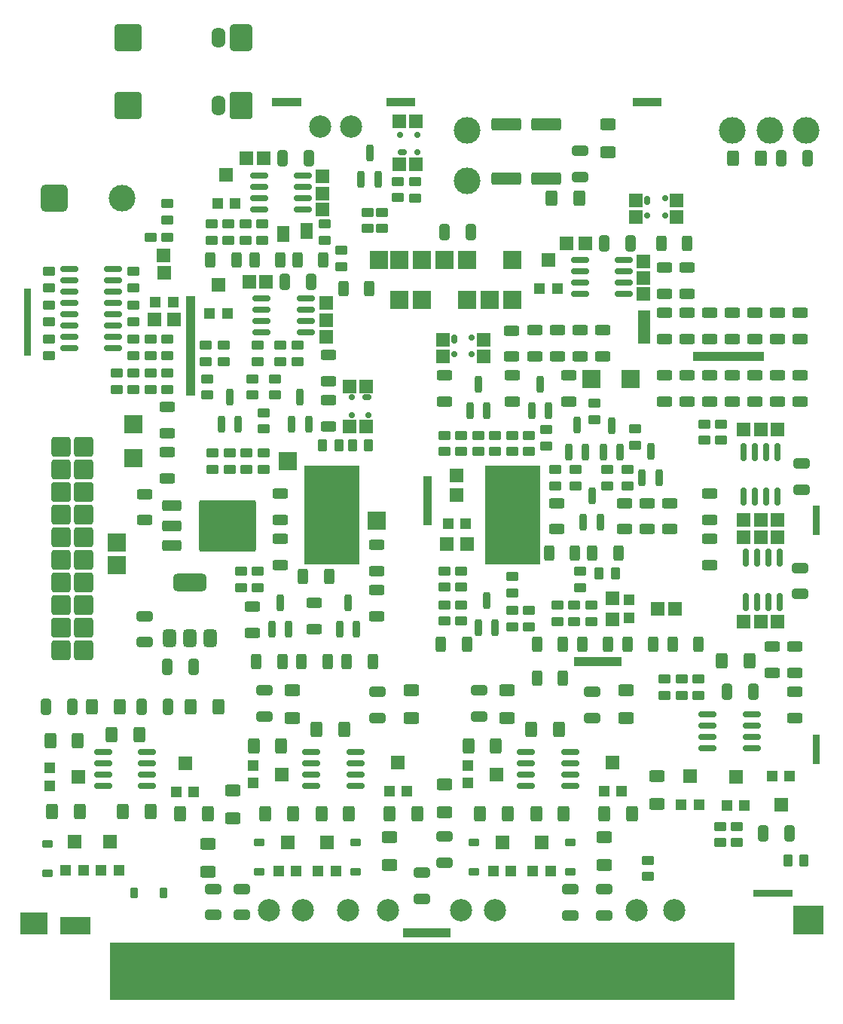
<source format=gts>
G04 #@! TF.GenerationSoftware,KiCad,Pcbnew,9.0.1*
G04 #@! TF.CreationDate,2025-09-16T21:45:56+03:00*
G04 #@! TF.ProjectId,v1,76312e6b-6963-4616-945f-706362585858,rev?*
G04 #@! TF.SameCoordinates,Original*
G04 #@! TF.FileFunction,Soldermask,Top*
G04 #@! TF.FilePolarity,Negative*
%FSLAX46Y46*%
G04 Gerber Fmt 4.6, Leading zero omitted, Abs format (unit mm)*
G04 Created by KiCad (PCBNEW 9.0.1) date 2025-09-16 21:45:56*
%MOMM*%
%LPD*%
G01*
G04 APERTURE LIST*
G04 Aperture macros list*
%AMRoundRect*
0 Rectangle with rounded corners*
0 $1 Rounding radius*
0 $2 $3 $4 $5 $6 $7 $8 $9 X,Y pos of 4 corners*
0 Add a 4 corners polygon primitive as box body*
4,1,4,$2,$3,$4,$5,$6,$7,$8,$9,$2,$3,0*
0 Add four circle primitives for the rounded corners*
1,1,$1+$1,$2,$3*
1,1,$1+$1,$4,$5*
1,1,$1+$1,$6,$7*
1,1,$1+$1,$8,$9*
0 Add four rect primitives between the rounded corners*
20,1,$1+$1,$2,$3,$4,$5,0*
20,1,$1+$1,$4,$5,$6,$7,0*
20,1,$1+$1,$6,$7,$8,$9,0*
20,1,$1+$1,$8,$9,$2,$3,0*%
G04 Aperture macros list end*
%ADD10C,0.100000*%
%ADD11R,1.200000X1.200000*%
%ADD12R,1.600000X1.500000*%
%ADD13R,1.500000X1.500000*%
%ADD14R,1.500000X1.600000*%
%ADD15RoundRect,0.250000X0.625000X-0.312500X0.625000X0.312500X-0.625000X0.312500X-0.625000X-0.312500X0*%
%ADD16RoundRect,0.250000X0.262500X0.450000X-0.262500X0.450000X-0.262500X-0.450000X0.262500X-0.450000X0*%
%ADD17RoundRect,0.250000X0.450000X-0.262500X0.450000X0.262500X-0.450000X0.262500X-0.450000X-0.262500X0*%
%ADD18RoundRect,0.250000X0.312500X0.625000X-0.312500X0.625000X-0.312500X-0.625000X0.312500X-0.625000X0*%
%ADD19RoundRect,0.250000X0.625000X-0.400000X0.625000X0.400000X-0.625000X0.400000X-0.625000X-0.400000X0*%
%ADD20RoundRect,0.150000X-0.200000X-0.150000X0.200000X-0.150000X0.200000X0.150000X-0.200000X0.150000X0*%
%ADD21RoundRect,0.175000X-0.175000X-0.325000X0.175000X-0.325000X0.175000X0.325000X-0.175000X0.325000X0*%
%ADD22RoundRect,0.200000X0.200000X-0.750000X0.200000X0.750000X-0.200000X0.750000X-0.200000X-0.750000X0*%
%ADD23RoundRect,0.323530X0.776470X0.776470X-0.776470X0.776470X-0.776470X-0.776470X0.776470X-0.776470X0*%
%ADD24RoundRect,0.323529X0.776471X0.776471X-0.776471X0.776471X-0.776471X-0.776471X0.776471X-0.776471X0*%
%ADD25RoundRect,0.275000X0.825000X0.825000X-0.825000X0.825000X-0.825000X-0.825000X0.825000X-0.825000X0*%
%ADD26RoundRect,0.250000X1.250000X-1.250000X1.250000X1.250000X-1.250000X1.250000X-1.250000X-1.250000X0*%
%ADD27O,1.600000X2.300000*%
%ADD28RoundRect,0.208333X1.041667X-1.291667X1.041667X1.291667X-1.041667X1.291667X-1.041667X-1.291667X0*%
%ADD29RoundRect,0.390625X0.859375X-1.109375X0.859375X1.109375X-0.859375X1.109375X-0.859375X-1.109375X0*%
%ADD30RoundRect,0.150000X-0.150000X0.825000X-0.150000X-0.825000X0.150000X-0.825000X0.150000X0.825000X0*%
%ADD31R,2.000000X2.000000*%
%ADD32RoundRect,0.150000X-0.825000X-0.150000X0.825000X-0.150000X0.825000X0.150000X-0.825000X0.150000X0*%
%ADD33RoundRect,0.250000X-0.400000X-0.625000X0.400000X-0.625000X0.400000X0.625000X-0.400000X0.625000X0*%
%ADD34C,3.000000*%
%ADD35RoundRect,0.250000X0.325000X0.650000X-0.325000X0.650000X-0.325000X-0.650000X0.325000X-0.650000X0*%
%ADD36RoundRect,0.250000X-0.650000X0.325000X-0.650000X-0.325000X0.650000X-0.325000X0.650000X0.325000X0*%
%ADD37RoundRect,0.250000X0.400000X0.625000X-0.400000X0.625000X-0.400000X-0.625000X0.400000X-0.625000X0*%
%ADD38RoundRect,0.249999X1.425001X-0.450001X1.425001X0.450001X-1.425001X0.450001X-1.425001X-0.450001X0*%
%ADD39RoundRect,0.441000X-1.059000X-1.059000X1.059000X-1.059000X1.059000X1.059000X-1.059000X1.059000X0*%
%ADD40C,2.500000*%
%ADD41RoundRect,0.225000X-0.375000X0.225000X-0.375000X-0.225000X0.375000X-0.225000X0.375000X0.225000X0*%
%ADD42RoundRect,0.250000X-0.312500X-0.625000X0.312500X-0.625000X0.312500X0.625000X-0.312500X0.625000X0*%
%ADD43RoundRect,0.375000X0.375000X-0.625000X0.375000X0.625000X-0.375000X0.625000X-0.375000X-0.625000X0*%
%ADD44RoundRect,0.500000X1.400000X-0.500000X1.400000X0.500000X-1.400000X0.500000X-1.400000X-0.500000X0*%
%ADD45RoundRect,0.225000X0.225000X0.375000X-0.225000X0.375000X-0.225000X-0.375000X0.225000X-0.375000X0*%
%ADD46RoundRect,0.250000X-0.625000X0.312500X-0.625000X-0.312500X0.625000X-0.312500X0.625000X0.312500X0*%
%ADD47RoundRect,0.175000X-0.325000X0.175000X-0.325000X-0.175000X0.325000X-0.175000X0.325000X0.175000X0*%
%ADD48RoundRect,0.150000X-0.150000X0.200000X-0.150000X-0.200000X0.150000X-0.200000X0.150000X0.200000X0*%
%ADD49RoundRect,0.250000X-0.850000X-0.350000X0.850000X-0.350000X0.850000X0.350000X-0.850000X0.350000X0*%
%ADD50RoundRect,0.249997X-2.950003X-2.650003X2.950003X-2.650003X2.950003X2.650003X-2.950003X2.650003X0*%
%ADD51RoundRect,0.250000X-0.625000X0.400000X-0.625000X-0.400000X0.625000X-0.400000X0.625000X0.400000X0*%
%ADD52RoundRect,0.175000X0.325000X-0.175000X0.325000X0.175000X-0.325000X0.175000X-0.325000X-0.175000X0*%
%ADD53RoundRect,0.150000X0.150000X-0.200000X0.150000X0.200000X-0.150000X0.200000X-0.150000X-0.200000X0*%
%ADD54RoundRect,0.250000X-0.325000X-0.650000X0.325000X-0.650000X0.325000X0.650000X-0.325000X0.650000X0*%
%ADD55RoundRect,0.250000X0.650000X-0.325000X0.650000X0.325000X-0.650000X0.325000X-0.650000X-0.325000X0*%
G04 APERTURE END LIST*
D10*
X126111000Y-61277500D02*
X127381000Y-61277500D01*
X127381000Y-62928500D01*
X126111000Y-62928500D01*
X126111000Y-61277500D01*
G36*
X126111000Y-61277500D02*
G01*
X127381000Y-61277500D01*
X127381000Y-62928500D01*
X126111000Y-62928500D01*
X126111000Y-61277500D01*
G37*
X123444000Y-61595000D02*
X124714000Y-61595000D01*
X124714000Y-63246000D01*
X123444000Y-63246000D01*
X123444000Y-61595000D01*
G36*
X123444000Y-61595000D02*
G01*
X124714000Y-61595000D01*
X124714000Y-63246000D01*
X123444000Y-63246000D01*
X123444000Y-61595000D01*
G37*
X164033200Y-71043800D02*
X165277800Y-71043800D01*
X165277800Y-74701400D01*
X164033200Y-74701400D01*
X164033200Y-71043800D01*
G36*
X164033200Y-71043800D02*
G01*
X165277800Y-71043800D01*
X165277800Y-74701400D01*
X164033200Y-74701400D01*
X164033200Y-71043800D01*
G37*
X137642600Y-140538200D02*
X142824200Y-140538200D01*
X142824200Y-141401800D01*
X137642600Y-141401800D01*
X137642600Y-140538200D01*
G36*
X137642600Y-140538200D02*
G01*
X142824200Y-140538200D01*
X142824200Y-141401800D01*
X137642600Y-141401800D01*
X137642600Y-140538200D01*
G37*
X163410900Y-47180500D02*
X166585900Y-47180500D01*
X166585900Y-48069500D01*
X163410900Y-48069500D01*
X163410900Y-47180500D01*
G36*
X163410900Y-47180500D02*
G01*
X166585900Y-47180500D01*
X166585900Y-48069500D01*
X163410900Y-48069500D01*
X163410900Y-47180500D01*
G37*
X183654700Y-118757700D02*
X184340500Y-118757700D01*
X184340500Y-121932700D01*
X183654700Y-121932700D01*
X183654700Y-118757700D01*
G36*
X183654700Y-118757700D02*
G01*
X184340500Y-118757700D01*
X184340500Y-121932700D01*
X183654700Y-121932700D01*
X183654700Y-118757700D01*
G37*
X99060000Y-139192000D02*
X102362000Y-139192000D01*
X102362000Y-141097000D01*
X99060000Y-141097000D01*
X99060000Y-139192000D01*
G36*
X99060000Y-139192000D02*
G01*
X102362000Y-139192000D01*
X102362000Y-141097000D01*
X99060000Y-141097000D01*
X99060000Y-139192000D01*
G37*
X94615000Y-138684000D02*
X97536000Y-138684000D01*
X97536000Y-141097000D01*
X94615000Y-141097000D01*
X94615000Y-138684000D01*
G36*
X94615000Y-138684000D02*
G01*
X97536000Y-138684000D01*
X97536000Y-141097000D01*
X94615000Y-141097000D01*
X94615000Y-138684000D01*
G37*
X122897900Y-47167800D02*
X126072900Y-47167800D01*
X126072900Y-48082200D01*
X122897900Y-48082200D01*
X122897900Y-47167800D01*
G36*
X122897900Y-47167800D02*
G01*
X126072900Y-47167800D01*
X126072900Y-48082200D01*
X122897900Y-48082200D01*
X122897900Y-47167800D01*
G37*
X126500000Y-88500000D02*
X132627000Y-88500000D01*
X132627000Y-99500000D01*
X126500000Y-99500000D01*
X126500000Y-88500000D01*
G36*
X126500000Y-88500000D02*
G01*
X132627000Y-88500000D01*
X132627000Y-99500000D01*
X126500000Y-99500000D01*
X126500000Y-88500000D01*
G37*
X177012600Y-136194800D02*
X181279800Y-136194800D01*
X181279800Y-136855200D01*
X177012600Y-136855200D01*
X177012600Y-136194800D01*
G36*
X177012600Y-136194800D02*
G01*
X181279800Y-136194800D01*
X181279800Y-136855200D01*
X177012600Y-136855200D01*
X177012600Y-136194800D01*
G37*
X95032272Y-68580000D02*
X95732600Y-68580000D01*
X95732600Y-76098400D01*
X95032272Y-76098400D01*
X95032272Y-68580000D01*
G36*
X95032272Y-68580000D02*
G01*
X95732600Y-68580000D01*
X95732600Y-76098400D01*
X95032272Y-76098400D01*
X95032272Y-68580000D01*
G37*
X139903200Y-89662000D02*
X140766800Y-89662000D01*
X140766800Y-95123000D01*
X139903200Y-95123000D01*
X139903200Y-89662000D01*
G36*
X139903200Y-89662000D02*
G01*
X140766800Y-89662000D01*
X140766800Y-95123000D01*
X139903200Y-95123000D01*
X139903200Y-89662000D01*
G37*
X170203600Y-75754000D02*
X178064400Y-75754000D01*
X178064400Y-76644400D01*
X170203600Y-76644400D01*
X170203600Y-75754000D01*
G36*
X170203600Y-75754000D02*
G01*
X178064400Y-75754000D01*
X178064400Y-76644400D01*
X170203600Y-76644400D01*
X170203600Y-75754000D01*
G37*
X104648000Y-142113000D02*
X174752000Y-142113000D01*
X174752000Y-148463000D01*
X104648000Y-148463000D01*
X104648000Y-142113000D01*
G36*
X104648000Y-142113000D02*
G01*
X174752000Y-142113000D01*
X174752000Y-148463000D01*
X104648000Y-148463000D01*
X104648000Y-142113000D01*
G37*
X135712200Y-47178178D02*
X138887200Y-47178178D01*
X138887200Y-48069390D01*
X135712200Y-48069390D01*
X135712200Y-47178178D01*
G36*
X135712200Y-47178178D02*
G01*
X138887200Y-47178178D01*
X138887200Y-48069390D01*
X135712200Y-48069390D01*
X135712200Y-47178178D01*
G37*
X113207800Y-69494400D02*
X114111151Y-69494400D01*
X114111151Y-80594200D01*
X113207800Y-80594200D01*
X113207800Y-69494400D01*
G36*
X113207800Y-69494400D02*
G01*
X114111151Y-69494400D01*
X114111151Y-80594200D01*
X113207800Y-80594200D01*
X113207800Y-69494400D01*
G37*
X146812000Y-88500000D02*
X152939000Y-88500000D01*
X152939000Y-99500000D01*
X146812000Y-99500000D01*
X146812000Y-88500000D01*
G36*
X146812000Y-88500000D02*
G01*
X152939000Y-88500000D01*
X152939000Y-99500000D01*
X146812000Y-99500000D01*
X146812000Y-88500000D01*
G37*
X183642000Y-93027500D02*
X184343848Y-93027500D01*
X184343848Y-96202500D01*
X183642000Y-96202500D01*
X183642000Y-93027500D01*
G36*
X183642000Y-93027500D02*
G01*
X184343848Y-93027500D01*
X184343848Y-96202500D01*
X183642000Y-96202500D01*
X183642000Y-93027500D01*
G37*
X156794200Y-110046828D02*
X162102800Y-110046828D01*
X162102800Y-110934809D01*
X156794200Y-110934809D01*
X156794200Y-110046828D01*
G36*
X156794200Y-110046828D02*
G01*
X162102800Y-110046828D01*
X162102800Y-110934809D01*
X156794200Y-110934809D01*
X156794200Y-110046828D01*
G37*
X181483000Y-137922000D02*
X184785000Y-137922000D01*
X184785000Y-141097000D01*
X181483000Y-141097000D01*
X181483000Y-137922000D01*
G36*
X181483000Y-137922000D02*
G01*
X184785000Y-137922000D01*
X184785000Y-141097000D01*
X181483000Y-141097000D01*
X181483000Y-137922000D01*
G37*
D11*
X144653000Y-95046800D03*
D12*
X143653000Y-91796800D03*
D11*
X142653000Y-95046800D03*
D13*
X143627600Y-89612400D03*
X144821400Y-97283200D03*
X142510000Y-97283200D03*
X110693200Y-64871600D03*
X111861600Y-72085200D03*
X109626400Y-72085200D03*
X161124200Y-105763200D03*
X168185400Y-104594800D03*
X161124200Y-103426400D03*
D11*
X109744000Y-70127600D03*
D12*
X110744000Y-66877600D03*
D11*
X111744000Y-70127600D03*
X162993600Y-103597200D03*
D14*
X166243600Y-104597200D03*
D11*
X162993600Y-105597200D03*
D15*
X129230381Y-79019098D03*
X129230381Y-76094098D03*
X129230381Y-84099098D03*
X129230381Y-81174098D03*
D16*
X133731000Y-86233000D03*
X131906000Y-86233000D03*
D17*
X128778000Y-63166000D03*
X128778000Y-61341000D03*
D18*
X128651000Y-65405000D03*
X125726000Y-65405000D03*
X123825000Y-65405000D03*
X120900000Y-65405000D03*
X118872000Y-65405000D03*
X115947000Y-65405000D03*
D13*
X133477000Y-84074000D03*
X133477000Y-79629000D03*
X131626000Y-84074000D03*
X131626000Y-79629000D03*
D17*
X133604000Y-61872500D03*
X133604000Y-60047500D03*
D16*
X182673000Y-132917144D03*
X180848000Y-132917144D03*
D17*
X165100000Y-134667000D03*
X165100000Y-132842000D03*
X175133000Y-130857000D03*
X175133000Y-129032000D03*
X173228000Y-130857000D03*
X173228000Y-129032000D03*
D19*
X118491000Y-128143000D03*
X118491000Y-125043000D03*
X166116000Y-126492000D03*
X166116000Y-123392000D03*
X142240000Y-127431800D03*
X142240000Y-124331800D03*
D15*
X149783800Y-76250800D03*
X149783800Y-73325800D03*
D13*
X146624800Y-74367300D03*
X142052800Y-76200000D03*
D20*
X145322800Y-74118300D03*
X145322800Y-76018300D03*
X143322800Y-76018300D03*
D21*
X143322800Y-74318300D03*
D13*
X142052800Y-74367300D03*
X146624800Y-76200000D03*
D17*
X163703000Y-86233000D03*
X163703000Y-84408000D03*
X159131000Y-83312000D03*
X159131000Y-81487000D03*
X162814000Y-90805000D03*
X162814000Y-88980000D03*
X160528000Y-90805000D03*
X160528000Y-88980000D03*
X156972000Y-90805000D03*
X156972000Y-88980000D03*
X154686000Y-90805000D03*
X154686000Y-88980000D03*
D22*
X161072300Y-83996400D03*
X162022300Y-86996400D03*
X160122300Y-86996400D03*
X164470000Y-89892000D03*
X166370000Y-89892000D03*
X165420000Y-86892000D03*
X157866000Y-94869000D03*
X159766000Y-94869000D03*
X158816000Y-91869000D03*
X156210000Y-86969600D03*
X158110000Y-86969600D03*
X157160000Y-83969600D03*
D23*
X101717500Y-109220000D03*
D24*
X99177500Y-109220000D03*
X101717500Y-106680000D03*
D25*
X99177500Y-106680000D03*
D24*
X101717500Y-104140000D03*
X99177500Y-104140000D03*
X101717500Y-101600000D03*
X99177500Y-101600000D03*
X101717500Y-99060000D03*
X99177500Y-99060000D03*
X101717500Y-96520000D03*
X99177500Y-96520000D03*
X101717500Y-93980000D03*
X99177500Y-93980000D03*
D25*
X101717500Y-91440000D03*
X99177500Y-91440000D03*
D24*
X101717500Y-88900000D03*
X99177500Y-88900000D03*
X101717500Y-86360000D03*
X99177500Y-86360000D03*
D26*
X106680000Y-48049337D03*
D27*
X116840000Y-48049337D03*
D28*
X119380000Y-48049337D03*
D29*
X119380000Y-40429337D03*
D27*
X116840000Y-40429337D03*
D26*
X106680000Y-40429337D03*
D30*
X179705000Y-91945000D03*
X178435000Y-91945000D03*
X177165000Y-91945000D03*
X175895000Y-91945000D03*
X175895000Y-86995000D03*
X177165000Y-86995000D03*
X178435000Y-86995000D03*
X179705000Y-86995000D03*
D15*
X111125000Y-84840000D03*
X111125000Y-81915000D03*
X111125000Y-89920000D03*
X111125000Y-86995000D03*
D31*
X134875000Y-65405000D03*
D32*
X126648000Y-69732001D03*
X126648000Y-71002001D03*
X126648000Y-72272001D03*
X126648000Y-73542001D03*
X121698000Y-73542001D03*
X121698000Y-72272001D03*
X121698000Y-71002001D03*
X121698000Y-69732001D03*
D13*
X179711822Y-96520000D03*
D33*
X154305000Y-58420000D03*
X157405000Y-58420000D03*
D31*
X163195000Y-78740000D03*
D17*
X170815000Y-112475000D03*
D15*
X181610000Y-116840000D03*
X181610000Y-113915000D03*
D17*
X118110000Y-88900000D03*
X118110000Y-87075000D03*
D13*
X163766500Y-60579000D03*
D11*
X120725000Y-122190000D03*
D14*
X123975000Y-123190000D03*
D11*
X120725000Y-124190000D03*
D15*
X169545000Y-69215000D03*
X169545000Y-66290000D03*
X179705000Y-74295000D03*
X179705000Y-71370000D03*
D22*
X145100000Y-82375000D03*
X147000000Y-82375000D03*
X146050000Y-79375000D03*
D32*
X121415000Y-55880000D03*
X121415000Y-57150000D03*
X121415000Y-58420000D03*
X121415000Y-59690000D03*
X126365000Y-59690000D03*
X126365000Y-58420000D03*
X126365000Y-57150000D03*
X126365000Y-55880000D03*
D11*
X115840000Y-71449000D03*
D12*
X116840000Y-68199000D03*
D11*
X117840000Y-71449000D03*
D17*
X156845000Y-106045000D03*
X168910000Y-112475000D03*
X120015000Y-88900000D03*
X120015000Y-87075000D03*
X111125000Y-79930000D03*
X111125000Y-78105000D03*
X144145000Y-105965000D03*
X144145000Y-104140000D03*
D15*
X123825000Y-94615000D03*
X123825000Y-91690000D03*
D11*
X136040000Y-125095000D03*
D12*
X137040000Y-121845000D03*
D11*
X138040000Y-125095000D03*
D34*
X178816000Y-50800000D03*
D15*
X182245000Y-74295000D03*
X182245000Y-71370000D03*
D17*
X130683000Y-66167000D03*
X130683000Y-64342000D03*
D15*
X172085000Y-81280000D03*
X172085000Y-78355000D03*
D31*
X137160000Y-65405000D03*
D15*
X142240000Y-81280000D03*
X142240000Y-78355000D03*
D11*
X103648000Y-133985000D03*
D12*
X104648000Y-130735000D03*
D11*
X105648000Y-133985000D03*
D34*
X144780000Y-56515000D03*
D32*
X157480000Y-65405000D03*
X157480000Y-66675000D03*
X157480000Y-67945000D03*
X157480000Y-69215000D03*
X162430000Y-69215000D03*
X162430000Y-67945000D03*
X162430000Y-66675000D03*
X162430000Y-65405000D03*
X151410000Y-120650000D03*
X151410000Y-121920000D03*
X151410000Y-123190000D03*
X151410000Y-124460000D03*
X156360000Y-124460000D03*
X156360000Y-123190000D03*
X156360000Y-121920000D03*
X156360000Y-120650000D03*
D35*
X181047004Y-129800144D03*
X178097004Y-129800144D03*
D17*
X107315000Y-68500000D03*
X107315000Y-66675000D03*
D36*
X156394438Y-136139007D03*
X156394438Y-139089007D03*
D13*
X175901822Y-106045000D03*
D15*
X169545000Y-74295000D03*
X169545000Y-71370000D03*
D37*
X149375000Y-127635000D03*
X146275000Y-127635000D03*
D17*
X170815000Y-114300000D03*
D15*
X134620000Y-100330000D03*
X134620000Y-97405000D03*
D38*
X149225000Y-56265000D03*
X149225000Y-50165000D03*
D39*
X98435000Y-58420000D03*
D34*
X106035000Y-58420000D03*
D33*
X144930000Y-120015000D03*
X148030000Y-120015000D03*
D17*
X125730000Y-76835000D03*
X125730000Y-75010000D03*
D13*
X177806822Y-96520000D03*
D15*
X179705000Y-81280000D03*
X179705000Y-78355000D03*
D17*
X121920000Y-88900000D03*
X121920000Y-87075000D03*
D15*
X182245000Y-81280000D03*
X182245000Y-78355000D03*
D16*
X159617400Y-100584000D03*
D37*
X130960000Y-118110000D03*
X127860000Y-118110000D03*
D11*
X128055000Y-134060000D03*
D12*
X129055000Y-130810000D03*
D11*
X130055000Y-134060000D03*
D37*
X105765000Y-115570000D03*
X102665000Y-115570000D03*
D15*
X172085000Y-74295000D03*
X172085000Y-71370000D03*
D22*
X125095000Y-83820000D03*
X126995000Y-83820000D03*
X126045000Y-80820000D03*
D15*
X169545000Y-81280000D03*
X169545000Y-78355000D03*
D17*
X107315000Y-79930000D03*
X107315000Y-78105000D03*
D19*
X162635000Y-116840000D03*
X162635000Y-113740000D03*
D15*
X177165000Y-81280000D03*
X177165000Y-78355000D03*
D33*
X128420000Y-127635000D03*
X131520000Y-127635000D03*
D17*
X123190000Y-80565000D03*
X123190000Y-78740000D03*
D36*
X139700000Y-134210000D03*
X139700000Y-137160000D03*
D17*
X120650000Y-80565000D03*
X120650000Y-78740000D03*
D13*
X175895000Y-84455000D03*
D17*
X142240000Y-102155000D03*
X142240000Y-100330000D03*
X117475000Y-76835000D03*
X117475000Y-75010000D03*
X109220000Y-62865000D03*
D13*
X139065000Y-54610000D03*
X122203000Y-67827001D03*
D35*
X127283000Y-67827001D03*
X124333000Y-67827001D03*
D40*
X135890000Y-138430000D03*
D11*
X144855000Y-122190000D03*
D14*
X148105000Y-123190000D03*
D11*
X144855000Y-124190000D03*
D13*
X121920000Y-53975000D03*
D18*
X155575000Y-112395000D03*
X152650000Y-112395000D03*
D17*
X116205000Y-88900000D03*
X116205000Y-87075000D03*
D31*
X105410000Y-99695000D03*
X147320000Y-69850000D03*
D40*
X147955000Y-138430000D03*
D35*
X111200000Y-115570000D03*
X108250000Y-115570000D03*
D17*
X111125000Y-62865000D03*
D41*
X121435000Y-130810000D03*
X121435000Y-134110000D03*
D17*
X121285000Y-76835000D03*
X121285000Y-75010000D03*
D42*
X126365000Y-100965000D03*
X129290000Y-100965000D03*
D13*
X128524000Y-57912000D03*
D11*
X152185000Y-134060000D03*
D12*
X153185000Y-130810000D03*
D11*
X154185000Y-134060000D03*
D15*
X172085000Y-94615000D03*
X172085000Y-91690000D03*
X134620000Y-105410000D03*
X134620000Y-102485000D03*
D13*
X175895000Y-94615000D03*
X139002037Y-49850908D03*
D34*
X182880000Y-50800000D03*
D35*
X176940000Y-113925144D03*
X173990000Y-113925144D03*
D15*
X181610000Y-111760000D03*
X181610000Y-108835000D03*
D13*
X155956000Y-63500000D03*
D31*
X144780000Y-69850000D03*
D17*
X123825000Y-76835000D03*
X123825000Y-75010000D03*
X168910000Y-114300000D03*
X97790000Y-76120000D03*
X97790000Y-74295000D03*
D43*
X111365000Y-107900000D03*
X113665000Y-107900000D03*
D44*
X113665000Y-101600000D03*
D43*
X115965000Y-107900000D03*
D13*
X163766500Y-58737500D03*
D15*
X167005000Y-74295000D03*
X167005000Y-71370000D03*
D13*
X158115000Y-63500000D03*
X120298000Y-67827001D03*
D17*
X111125000Y-59055000D03*
D13*
X179711822Y-106045000D03*
D45*
X110690000Y-136525000D03*
X107390000Y-136525000D03*
D17*
X116078000Y-63166000D03*
X116078000Y-61341000D03*
D31*
X149860000Y-69850000D03*
D38*
X153670000Y-56265000D03*
X153670000Y-50165000D03*
D15*
X167005000Y-69215000D03*
X167005000Y-66290000D03*
D13*
X128934000Y-70240001D03*
D17*
X121285000Y-102235000D03*
X121285000Y-100410000D03*
D32*
X100079000Y-66421000D03*
X100079000Y-67691000D03*
X100079000Y-68961000D03*
X100079000Y-70231000D03*
X100079000Y-71501000D03*
X100079000Y-72771000D03*
X100079000Y-74041000D03*
X100079000Y-75311000D03*
X105029000Y-75311000D03*
X105029000Y-74041000D03*
X105029000Y-72771000D03*
X105029000Y-71501000D03*
X105029000Y-70231000D03*
X105029000Y-68961000D03*
X105029000Y-67691000D03*
X105029000Y-66421000D03*
D13*
X128524000Y-56007000D03*
D18*
X155575000Y-108585000D03*
X152650000Y-108585000D03*
D15*
X152400000Y-76200000D03*
X152400000Y-73275000D03*
D13*
X175901822Y-96520000D03*
D15*
X120650000Y-107315000D03*
X120650000Y-104390000D03*
D11*
X181077004Y-123375144D03*
D12*
X180077004Y-126625144D03*
D11*
X179077004Y-123375144D03*
D31*
X139700000Y-65405000D03*
D21*
X165036500Y-58688500D03*
D20*
X165036500Y-60388500D03*
X167036500Y-60388500D03*
X167036500Y-58488500D03*
D19*
X138505000Y-116840000D03*
X138505000Y-113740000D03*
D13*
X164592000Y-65532000D03*
D36*
X158825000Y-113890000D03*
X158825000Y-116840000D03*
D33*
X173430000Y-110439200D03*
X176530000Y-110439200D03*
X160245000Y-127635000D03*
X163345000Y-127635000D03*
D11*
X168842004Y-126625144D03*
D12*
X169842004Y-123375144D03*
D11*
X170842004Y-126625144D03*
D17*
X117983000Y-63166000D03*
X117983000Y-61341000D03*
X167005000Y-114300000D03*
D18*
X129097500Y-110490000D03*
X126172500Y-110490000D03*
D40*
X163830000Y-138430000D03*
D31*
X142240000Y-65405000D03*
D33*
X106120000Y-127381000D03*
X109220000Y-127381000D03*
D32*
X171822004Y-116465144D03*
X171822004Y-117735144D03*
X171822004Y-119005144D03*
X171822004Y-120275144D03*
X176772004Y-120275144D03*
X176772004Y-119005144D03*
X176772004Y-117735144D03*
X176772004Y-116465144D03*
D17*
X119380000Y-102235000D03*
X119380000Y-100410000D03*
X115443000Y-76835000D03*
X115443000Y-75010000D03*
X157480000Y-100410000D03*
X154940000Y-104220000D03*
D33*
X152550000Y-127635000D03*
X155650000Y-127635000D03*
D22*
X130495000Y-106910000D03*
X132395000Y-106910000D03*
X131445000Y-103910000D03*
D17*
X138988800Y-58420000D03*
X138988800Y-56595000D03*
X158750000Y-104220000D03*
D37*
X155090000Y-118110000D03*
X151990000Y-118110000D03*
D15*
X172085000Y-99695000D03*
X172085000Y-96770000D03*
D13*
X137144665Y-49862011D03*
D17*
X149860000Y-106600000D03*
X149860000Y-104775000D03*
X107315000Y-72310000D03*
X107315000Y-70485000D03*
D31*
X139700000Y-69850000D03*
D41*
X156360000Y-130810000D03*
X156360000Y-134110000D03*
D17*
X107315000Y-76120000D03*
X107315000Y-74295000D03*
D40*
X144145000Y-138430000D03*
D34*
X144780000Y-50800000D03*
D13*
X164592000Y-67437000D03*
D17*
X97790000Y-72310000D03*
X97790000Y-70485000D03*
X144145000Y-102155000D03*
X144145000Y-100330000D03*
D36*
X116280000Y-136060000D03*
X116280000Y-139010000D03*
D46*
X127635000Y-103947500D03*
X127635000Y-106872500D03*
D17*
X135255000Y-61872500D03*
X135255000Y-60047500D03*
D31*
X144780000Y-65405000D03*
D15*
X154940000Y-76200000D03*
X154940000Y-73275000D03*
X162504381Y-95656098D03*
X162504381Y-92731098D03*
D31*
X107315000Y-87630000D03*
D15*
X149860000Y-81280000D03*
X149860000Y-78355000D03*
D17*
X173355000Y-85645000D03*
X173355000Y-83820000D03*
D11*
X173997004Y-126700144D03*
D12*
X174997004Y-123450144D03*
D11*
X175997004Y-126700144D03*
D17*
X111125000Y-76120000D03*
X111125000Y-74295000D03*
D18*
X169545000Y-63500000D03*
X166620000Y-63500000D03*
D31*
X105410000Y-97155000D03*
D17*
X153670000Y-86280000D03*
X153670000Y-84455000D03*
D41*
X97663000Y-130987800D03*
X97663000Y-134287800D03*
D11*
X147740000Y-134060000D03*
D12*
X148740000Y-130810000D03*
D11*
X149740000Y-134060000D03*
D17*
X115570000Y-80565000D03*
X115570000Y-78740000D03*
D40*
X126365000Y-138430000D03*
D33*
X97940000Y-119380000D03*
X101040000Y-119380000D03*
D19*
X115645000Y-134155000D03*
X115645000Y-131055000D03*
D22*
X122875000Y-106910000D03*
X124775000Y-106910000D03*
X123825000Y-103910000D03*
D35*
X114075000Y-111125000D03*
X111125000Y-111125000D03*
D11*
X99711000Y-133985000D03*
D12*
X100711000Y-130735000D03*
D11*
X101711000Y-133985000D03*
D37*
X116840000Y-115570000D03*
X113740000Y-115570000D03*
D18*
X134177500Y-110490000D03*
X131252500Y-110490000D03*
D41*
X132230000Y-130810000D03*
X132230000Y-134110000D03*
D32*
X127280000Y-120650000D03*
X127280000Y-121920000D03*
X127280000Y-123190000D03*
X127280000Y-124460000D03*
X132230000Y-124460000D03*
X132230000Y-123190000D03*
X132230000Y-121920000D03*
X132230000Y-120650000D03*
D37*
X107950000Y-118745000D03*
X104850000Y-118745000D03*
D22*
X132893500Y-56338600D03*
X134793500Y-56338600D03*
X133843500Y-53338600D03*
D11*
X152922500Y-68655000D03*
D12*
X153922500Y-65405000D03*
D11*
X154922500Y-68655000D03*
D13*
X164592000Y-69215000D03*
D36*
X108585000Y-105410000D03*
X108585000Y-108360000D03*
D17*
X154940000Y-106045000D03*
X149860000Y-86915000D03*
X149860000Y-85090000D03*
D18*
X133832600Y-68580000D03*
X130907600Y-68580000D03*
D30*
X179936822Y-98855000D03*
X178666822Y-98855000D03*
X177396822Y-98855000D03*
X176126822Y-98855000D03*
X176126822Y-103805000D03*
X177396822Y-103805000D03*
X178666822Y-103805000D03*
X179936822Y-103805000D03*
D47*
X133531000Y-80804000D03*
D48*
X131831000Y-80804000D03*
X131831000Y-82804000D03*
X133731000Y-82804000D03*
D36*
X146125000Y-113740000D03*
X146125000Y-116690000D03*
D41*
X145565000Y-130810000D03*
X145565000Y-134110000D03*
D37*
X125245000Y-127635000D03*
X122145000Y-127635000D03*
D17*
X142240000Y-86915000D03*
X142240000Y-85090000D03*
D36*
X119455000Y-136060000D03*
X119455000Y-139010000D03*
D19*
X136040000Y-133350000D03*
X136040000Y-130250000D03*
D17*
X119888000Y-63166000D03*
X119888000Y-61341000D03*
D13*
X179705000Y-84455000D03*
D15*
X154884381Y-95656098D03*
X154884381Y-92731098D03*
D17*
X137007600Y-58394600D03*
X137007600Y-56569600D03*
X146050000Y-86915000D03*
X146050000Y-85090000D03*
D40*
X122555000Y-138430000D03*
D17*
X97790000Y-68500000D03*
X97790000Y-66675000D03*
D36*
X160204438Y-136139007D03*
X160204438Y-139089007D03*
D11*
X160170000Y-125095000D03*
D12*
X161170000Y-121845000D03*
D11*
X162170000Y-125095000D03*
D17*
X109220000Y-76120000D03*
X109220000Y-74295000D03*
D32*
X103880000Y-120650000D03*
X103880000Y-121920000D03*
X103880000Y-123190000D03*
X103880000Y-124460000D03*
X108830000Y-124460000D03*
X108830000Y-123190000D03*
X108830000Y-121920000D03*
X108830000Y-120650000D03*
D11*
X112105000Y-125170000D03*
D12*
X113105000Y-121920000D03*
D11*
X114105000Y-125170000D03*
D18*
X144780000Y-108585000D03*
X141855000Y-108585000D03*
D13*
X179705000Y-94615000D03*
D17*
X147955000Y-86915000D03*
X147955000Y-85090000D03*
D16*
X130399800Y-86233000D03*
X128574800Y-86233000D03*
D31*
X137160000Y-69850000D03*
D17*
X151765000Y-106600000D03*
X151765000Y-104775000D03*
D40*
X168100000Y-138430000D03*
D17*
X151765000Y-86915000D03*
X151765000Y-85090000D03*
D22*
X146055000Y-106680000D03*
X147955000Y-106680000D03*
X147005000Y-103680000D03*
D13*
X177800000Y-84455000D03*
D33*
X112545000Y-127635000D03*
X115645000Y-127635000D03*
D17*
X105410000Y-79930000D03*
X105410000Y-78105000D03*
D15*
X156210000Y-81280000D03*
X156210000Y-78355000D03*
D13*
X128524000Y-59690000D03*
D11*
X116745000Y-59055000D03*
D12*
X117745000Y-55805000D03*
D11*
X118745000Y-59055000D03*
D22*
X152085000Y-82375000D03*
X153985000Y-82375000D03*
X153035000Y-79375000D03*
D19*
X125170000Y-116840000D03*
X125170000Y-113740000D03*
D18*
X160655000Y-108585000D03*
X157730000Y-108585000D03*
D17*
X167005000Y-112475000D03*
D31*
X107315000Y-83820000D03*
D49*
X111598600Y-92966300D03*
X111598600Y-95246300D03*
D50*
X117898600Y-95246300D03*
D49*
X111598600Y-97526300D03*
D15*
X123825000Y-99695000D03*
X123825000Y-96770000D03*
D51*
X160655000Y-50165000D03*
X160655000Y-53265000D03*
D18*
X161798000Y-98298000D03*
X158873000Y-98298000D03*
D17*
X111125000Y-60880000D03*
D34*
X174625000Y-50800000D03*
D33*
X174700000Y-53975000D03*
X177800000Y-53975000D03*
D17*
X156845000Y-104220000D03*
X149860000Y-102790000D03*
X149860000Y-100965000D03*
X158750000Y-106045000D03*
D15*
X108585000Y-94619000D03*
X108585000Y-91694000D03*
X160020000Y-76200000D03*
X160020000Y-73275000D03*
D31*
X158750000Y-78740000D03*
D15*
X174625000Y-74295000D03*
X174625000Y-71370000D03*
D16*
X161442400Y-100584000D03*
D11*
X123610000Y-134060000D03*
D12*
X124610000Y-130810000D03*
D11*
X125610000Y-134060000D03*
D52*
X137481590Y-53319419D03*
D53*
X139181590Y-53319419D03*
X139181590Y-51319419D03*
X137281590Y-51319419D03*
D17*
X109220000Y-79930000D03*
X109220000Y-78105000D03*
X157480000Y-102235000D03*
D35*
X127000000Y-53975000D03*
X124050000Y-53975000D03*
D17*
X121793000Y-63166000D03*
X121793000Y-61341000D03*
X144145000Y-86915000D03*
X144145000Y-85090000D03*
D31*
X149860000Y-65405000D03*
D15*
X179070000Y-111760000D03*
X179070000Y-108835000D03*
X177165000Y-74295000D03*
X177165000Y-71370000D03*
D54*
X180135000Y-53975000D03*
X183085000Y-53975000D03*
D13*
X168338500Y-60579000D03*
D33*
X120800000Y-120015000D03*
X123900000Y-120015000D03*
D18*
X165735000Y-108585000D03*
X162810000Y-108585000D03*
D55*
X157480000Y-56085000D03*
X157480000Y-53135000D03*
D22*
X117160000Y-83820000D03*
X119060000Y-83820000D03*
X118110000Y-80820000D03*
D13*
X177800000Y-94615000D03*
D17*
X142240000Y-105965000D03*
X142240000Y-104140000D03*
D35*
X163195000Y-63500000D03*
X160245000Y-63500000D03*
D15*
X167005000Y-81280000D03*
X167005000Y-78355000D03*
D13*
X137160000Y-54610000D03*
D40*
X131445000Y-138430000D03*
D13*
X168338500Y-58737500D03*
D55*
X182372000Y-91215000D03*
X182372000Y-88265000D03*
D33*
X136115000Y-127635000D03*
X139215000Y-127635000D03*
D19*
X149300000Y-116840000D03*
X149300000Y-113740000D03*
D13*
X177806822Y-106045000D03*
X128934000Y-74050001D03*
D36*
X134695000Y-113890000D03*
X134695000Y-116840000D03*
D15*
X174625000Y-81280000D03*
X174625000Y-78355000D03*
D17*
X121920000Y-84375000D03*
X121920000Y-82550000D03*
D18*
X156921200Y-98298000D03*
X153996200Y-98298000D03*
D19*
X160170000Y-133350000D03*
X160170000Y-130250000D03*
D55*
X182251822Y-102948000D03*
X182251822Y-99998000D03*
D37*
X101269800Y-127381000D03*
X98169800Y-127381000D03*
D15*
X157480000Y-76200000D03*
X157480000Y-73275000D03*
D36*
X121995000Y-113740000D03*
X121995000Y-116690000D03*
D35*
X145190000Y-62230000D03*
X142240000Y-62230000D03*
D11*
X97865000Y-122460000D03*
D14*
X101115000Y-123460000D03*
D11*
X97865000Y-124460000D03*
D13*
X128934000Y-72145001D03*
D18*
X124017500Y-110490000D03*
X121092500Y-110490000D03*
D13*
X120015000Y-53975000D03*
D17*
X171450000Y-85645000D03*
X171450000Y-83820000D03*
D18*
X170815000Y-108585000D03*
X167890000Y-108585000D03*
D35*
X100405000Y-115570000D03*
X97455000Y-115570000D03*
D36*
X142240000Y-130175000D03*
X142240000Y-133125000D03*
D31*
X124612400Y-87985600D03*
X134620000Y-94691200D03*
D40*
X128270000Y-50419000D03*
X131724400Y-50419000D03*
D15*
X165044381Y-95656098D03*
X165044381Y-92731098D03*
X167584381Y-95656098D03*
X167584381Y-92731098D03*
M02*

</source>
